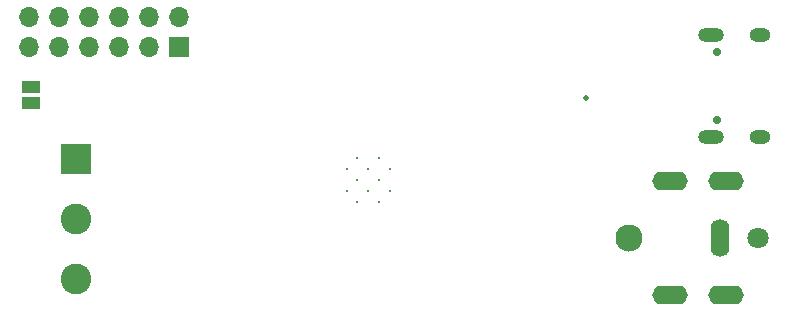
<source format=gbr>
%TF.GenerationSoftware,KiCad,Pcbnew,(6.0.0-0)*%
%TF.CreationDate,2022-01-26T18:23:46+01:00*%
%TF.ProjectId,GlowCoreMini,476c6f77-436f-4726-954d-696e692e6b69,rev?*%
%TF.SameCoordinates,Original*%
%TF.FileFunction,Soldermask,Bot*%
%TF.FilePolarity,Negative*%
%FSLAX46Y46*%
G04 Gerber Fmt 4.6, Leading zero omitted, Abs format (unit mm)*
G04 Created by KiCad (PCBNEW (6.0.0-0)) date 2022-01-26 18:23:46*
%MOMM*%
%LPD*%
G01*
G04 APERTURE LIST*
%ADD10C,0.700000*%
%ADD11O,2.200000X1.200000*%
%ADD12O,1.800000X1.200000*%
%ADD13C,1.800000*%
%ADD14O,3.000000X1.600000*%
%ADD15O,1.600000X3.200000*%
%ADD16C,2.300000*%
%ADD17C,0.500000*%
%ADD18R,1.700000X1.700000*%
%ADD19O,1.700000X1.700000*%
%ADD20R,2.600000X2.600000*%
%ADD21C,2.600000*%
%ADD22C,0.300000*%
%ADD23R,1.500000X1.000000*%
G04 APERTURE END LIST*
D10*
%TO.C,USB1*%
X167817000Y-87915000D03*
X167817000Y-93695000D03*
D11*
X167317000Y-86485000D03*
X167317000Y-95125000D03*
D12*
X171497000Y-86485000D03*
X171497000Y-95125000D03*
%TD*%
D13*
%TO.C,J2*%
X171315000Y-103662000D03*
D14*
X163865000Y-108512000D03*
X163865000Y-98812000D03*
X168565000Y-108512000D03*
X168565000Y-98812000D03*
D15*
X168065000Y-103662000D03*
D16*
X160365000Y-103662000D03*
%TD*%
D17*
%TO.C,MK1*%
X156729000Y-91821000D03*
%TD*%
D18*
%TO.C,J3*%
X122276000Y-87523000D03*
D19*
X122276000Y-84983000D03*
X119736000Y-87523000D03*
X119736000Y-84983000D03*
X117196000Y-87523000D03*
X117196000Y-84983000D03*
X114656000Y-87523000D03*
X114656000Y-84983000D03*
X112116000Y-87523000D03*
X112116000Y-84983000D03*
X109576000Y-87523000D03*
X109576000Y-84983000D03*
%TD*%
D20*
%TO.C,J4*%
X113538000Y-97028000D03*
D21*
X113538000Y-102108000D03*
X113538000Y-107188000D03*
%TD*%
D22*
%TO.C,U2*%
X137401500Y-96925000D03*
X139236500Y-96925000D03*
X136484000Y-97842500D03*
X138319000Y-97842500D03*
X140154000Y-97842500D03*
X137401500Y-98760000D03*
X139236500Y-98760000D03*
X136484000Y-99677500D03*
X138319000Y-99677500D03*
X140154000Y-99677500D03*
X137401500Y-100595000D03*
X139236500Y-100595000D03*
%TD*%
D23*
%TO.C,Status_LED1*%
X109728000Y-90917000D03*
X109728000Y-92217000D03*
%TD*%
M02*

</source>
